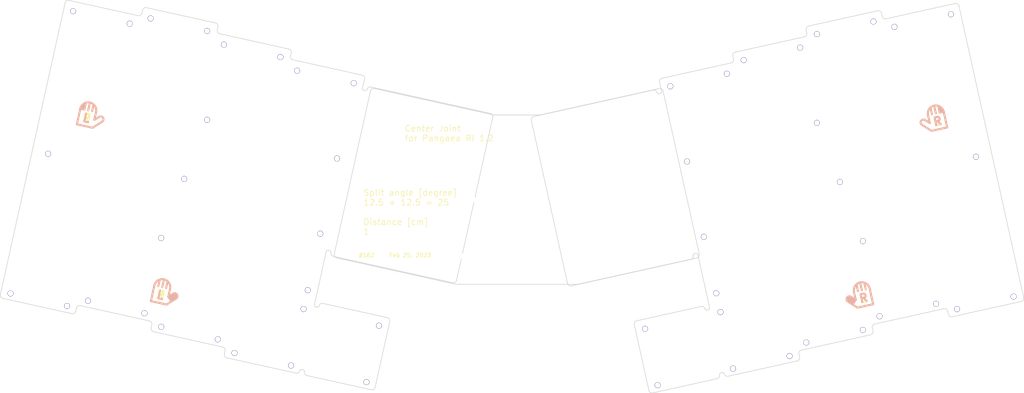
<source format=kicad_pcb>
(kicad_pcb (version 20221018) (generator pcbnew)
  (layers (0 "F.Cu" signal) (31 "B.Cu" signal) (34 "B.Paste" user) (35 "F.Paste" user) (36 "B.SilkS" user "B.Silkscreen") (37 "F.SilkS" user "F.Silkscreen") (38 "B.Mask" user) (39 "F.Mask" user) (44 "Edge.Cuts" user))
  (net 0 "")
  (footprint "#footprint:M1.4_tapping_Hole_rev2" (layer "F.Cu") (at 78.110601 32.607535 -12.5)
    (fp_text reference "H39" hide)
    (fp_text value "MountingHole" hide)
    (pad "" thru_hole circle (at 0 0 347.5) (size 1.43 1.43) (drill 1.28) (layers "*.Cu" "*.Mask"))
  )
  (footprint "#footprint:M1.4_tapping_Hole_rev2" (layer "F.Cu") (at 43.5348 100.553349 -12.5)
    (fp_text reference "H79" hide)
    (fp_text value "MountingHole" hide)
    (pad "" thru_hole circle (at 0 0 347.5) (size 1.43 1.43) (drill 1.28) (layers "*.Cu" "*.Mask"))
  )
  (footprint "#footprint:M1.4_tapping_Hole_rev2" (layer "F.Cu") (at 101.907161 101.298811 -12.5)
    (fp_text reference "H16" hide)
    (fp_text value "MountingHole" hide)
    (pad "" thru_hole circle (at 0 0 347.5) (size 1.43 1.43) (drill 1.28) (layers "*.Cu" "*.Mask"))
  )
  (footprint "" (layer "F.Cu") (at 143.388879 74.111666 -12.5)
    (fp_text reference "" (at 0 0 167.5) (layer "F.SilkS") (effects (font (size 1.27 1.27))))
    (fp_text value "" (at 0 0 167.5) (layer "F.SilkS") (effects (font (size 1.27 1.27))))
    (pad "" np_thru_hole circle (at 0 0 347.5) (size 1.95 1.95) (drill 1.95) (layers "*.Cu" "*.Mask"))
  )
  (footprint "#footprint:Slit" (layer "F.Cu") (at 109.279899 81.794706 -12.5)
    (fp_text reference "H68")
    (fp_text value "MountingHole")
    (pad "" np_thru_hole oval (at 0 0 347.5) (size 1.190625 3.969) (drill oval 1.190625 3.969) (layers "*.Cu" "*.Mask"))
  )
  (footprint "" (layer "F.Cu") (at 138.705467 87.505176 -12.5)
    (fp_text reference "" (at 0 0 167.5) (layer "F.SilkS") (effects (font (size 1.27 1.27))))
    (fp_text value "" (at 0 0 167.5) (layer "F.SilkS") (effects (font (size 1.27 1.27))))
    (pad "" np_thru_hole circle (at 0 0 347.5) (size 1.95 1.95) (drill 1.95) (layers "*.Cu" "*.Mask"))
  )
  (footprint "#footprint:Slit" (layer "F.Cu") (at 112.544079 67.070942 -12.5)
    (fp_text reference "H66")
    (fp_text value "MountingHole")
    (pad "" np_thru_hole oval (at 0 0 347.5) (size 1.190625 3.969) (drill oval 1.190625 3.969) (layers "*.Cu" "*.Mask"))
  )
  (footprint "#footprint:M1.4_tapping_Hole_rev2" (layer "F.Cu") (at 62.648636 102.351719 -12.5)
    (fp_text reference "H81" hide)
    (fp_text value "MountingHole" hide)
    (pad "" thru_hole circle (at 0 0 347.5) (size 1.43 1.43) (drill 1.28) (layers "*.Cu" "*.Mask"))
  )
  (footprint "#footprint:M2_Hole" (layer "F.Cu") (at 57.713743 47.598185 -12.5)
    (fp_text reference "H5" hide)
    (fp_text value "MountingHole" hide)
    (pad "" np_thru_hole circle (at 0 0 347.5) (size 1.95 1.95) (drill 1.95) (layers "*.Cu" "*.Mask"))
  )
  (footprint "" (layer "F.Cu") (at 117.413159 119.370853 -12.5)
    (fp_text reference "" (at 0 0 167.5) (layer "F.SilkS") (effects (font (size 1.27 1.27))))
    (fp_text value "" (at 0 0 167.5) (layer "F.SilkS") (effects (font (size 1.27 1.27))))
    (pad "" thru_hole circle (at 0 0 347.5) (size 1.43 1.43) (drill 1.28) (layers "*.Cu" "*.Mask"))
  )
  (footprint "#footprint:Slit" (layer "F.Cu") (at 110.911989 74.432824 -12.5)
    (fp_text reference "H67")
    (fp_text value "MountingHole")
    (pad "" np_thru_hole oval (at 0 0 347.5) (size 1.190625 3.969) (drill oval 1.190625 3.969) (layers "*.Cu" "*.Mask"))
  )
  (footprint "#footprint:Slit" (layer "F.Cu") (at 102.623743 111.824733 -12.5)
    (fp_text reference "H93")
    (fp_text value "MountingHole")
    (pad "" np_thru_hole oval (at 0 0 347.5) (size 1.190625 3.969) (drill oval 1.190625 3.969) (layers "*.Cu" "*.Mask"))
  )
  (footprint "#footprint:M2_Hole" (layer "F.Cu") (at 49.467394 84.795063 -12.5)
    (fp_text reference "H4" hide)
    (fp_text value "MountingHole" hide)
    (pad "" np_thru_hole circle (at 0 0 347.5) (size 1.95 1.95) (drill 1.95) (layers "*.Cu" "*.Mask"))
  )
  (footprint "#footprint:Slit" (layer "F.Cu") (at 114.176155 59.709123 -12.5)
    (fp_text reference "H65")
    (fp_text value "MountingHole")
    (pad "" np_thru_hole oval (at 0 0 347.5) (size 1.190625 3.969) (drill oval 1.190625 3.969) (layers "*.Cu" "*.Mask"))
  )
  (footprint "" (layer "F.Cu") (at 143.6452 69.290391 -12.5)
    (fp_text reference "" (at 0 0 167.5) (layer "F.SilkS") (effects (font (size 1.27 1.27))))
    (fp_text value "" (at 0 0 167.5) (layer "F.SilkS") (effects (font (size 1.27 1.27))))
    (pad "" np_thru_hole circle (at 0 0 347.5) (size 1.95 1.95) (drill 1.95) (layers "*.Cu" "*.Mask"))
  )
  (footprint "#footprint:M1.4_tapping_Hole_rev2" (layer "F.Cu") (at 58.996754 30.809214 -12.5)
    (fp_text reference "H37" hide)
    (fp_text value "MountingHole" hide)
    (pad "" thru_hole circle (at 0 0 347.5) (size 1.43 1.43) (drill 1.28) (layers "*.Cu" "*.Mask"))
  )
  (footprint "#footprint:Slit" (layer "F.Cu") (at 104.041088 105.431503 -12.5)
    (fp_text reference "H93")
    (fp_text value "MountingHole")
    (pad "" np_thru_hole oval (at 0 0 347.5) (size 1.190625 3.969) (drill oval 1.190625 3.969) (layers "*.Cu" "*.Mask"))
  )
  (footprint "" (layer "F.Cu") (at 118.499997 58.024715 -12.5)
    (fp_text reference "" (at 0 0 167.5) (layer "F.SilkS") (effects (font (size 1.27 1.27))))
    (fp_text value "" (at 0 0 167.5) (layer "F.SilkS") (effects (font (size 1.27 1.27))))
    (pad "" np_thru_hole circle (at 0 0 347.5) (size 1.95 1.95) (drill 1.95) (layers "*.Cu" "*.Mask"))
  )
  (footprint "#footprint:M1.4_tapping_Hole_rev2" (layer "F.Cu") (at 48.699807 99.259338 -12.5)
    (fp_text reference "H80" hide)
    (fp_text value "MountingHole" hide)
    (pad "" thru_hole circle (at 0 0 347.5) (size 1.43 1.43) (drill 1.28) (layers "*.Cu" "*.Mask"))
  )
  (footprint "" (layer "F.Cu") (at 64.161771 29.515154 -12.5)
    (fp_text reference "" (at 0 0 167.5) (layer "F.SilkS") (effects (font (size 1.27 1.27))))
    (fp_text value "" (at 0 0 167.5) (layer "F.SilkS") (effects (font (size 1.27 1.27))))
    (pad "" thru_hole circle (at 0 0 347.5) (size 1.43 1.43) (drill 1.28) (layers "*.Cu" "*.Mask"))
  )
  (footprint "#footprint:M1.4_tapping_Hole_rev2" (layer "F.Cu") (at 80.731678 108.799698 -12.5)
    (fp_text reference "H83" hide)
    (fp_text value "MountingHole" hide)
    (pad "" thru_hole circle (at 0 0 347.5) (size 1.43 1.43) (drill 1.28) (layers "*.Cu" "*.Mask"))
  )
  (footprint "" (layer "F.Cu") (at 138.491232 92.538441 -12.5)
    (fp_text reference "" (at 0 0 167.5) (layer "F.SilkS") (effects (font (size 1.27 1.27))))
    (fp_text value "" (at 0 0 167.5) (layer "F.SilkS") (effects (font (size 1.27 1.27))))
    (pad "" np_thru_hole circle (at 0 0 347.5) (size 1.95 1.95) (drill 1.95) (layers "*.Cu" "*.Mask"))
  )
  (footprint "#footprint:M1.4_tapping_Hole_rev2" (layer "F.Cu") (at 84.865891 112.155297 -12.5)
    (fp_text reference "H84" hide)
    (fp_text value "MountingHole" hide)
    (pad "" thru_hole circle (at 0 0 347.5) (size 1.43 1.43) (drill 1.28) (layers "*.Cu" "*.Mask"))
  )
  (footprint "" (layer "F.Cu") (at 106.030276 82.70041 -12.5)
    (fp_text reference "" (at 0 0 167.5) (layer "F.SilkS") (effects (font (size 1.27 1.27))))
    (fp_text value "" (at 0 0 167.5) (layer "F.SilkS") (effects (font (size 1.27 1.27))))
    (pad "" thru_hole circle (at 0 0 347.5) (size 1.43 1.43) (drill 1.28) (layers "*.Cu" "*.Mask"))
  )
  (footprint "" (layer "F.Cu") (at 141.797392 73.556297 -12.5)
    (fp_text reference "" (at 0 0 167.5) (layer "F.SilkS") (effects (font (size 1.27 1.27))))
    (fp_text value "" (at 0 0 167.5) (layer "F.SilkS") (effects (font (size 1.27 1.27))))
    (pad "" np_thru_hole circle (at 0 0 347.5) (size 1.95 1.95) (drill 1.95) (layers "*.Cu" "*.Mask"))
  )
  (footprint "#footprint:M2_Hole" (layer "F.Cu") (at 86.664272 93.041412 -12.5)
    (fp_text reference "H3" hide)
    (fp_text value "MountingHole" hide)
    (pad "" np_thru_hole circle (at 0 0 347.5) (size 1.95 1.95) (drill 1.95) (layers "*.Cu" "*.Mask"))
  )
  (footprint "" (layer "F.Cu") (at 78.121579 54.56161 -12.5)
    (fp_text reference "" (at 0 0 167.5) (layer "F.SilkS") (effects (font (size 1.27 1.27))))
    (fp_text value "" (at 0 0 167.5) (layer "F.SilkS") (effects (font (size 1.27 1.27))))
    (pad "" thru_hole circle (at 0 0 347.5) (size 1.43 1.43) (drill 1.28) (layers "*.Cu" "*.Mask"))
  )
  (footprint "#footprint:M1.4_tapping_Hole_rev2" (layer "F.Cu") (at 82.244803 35.963182 -12.5)
    (fp_text reference "H40" hide)
    (fp_text value "MountingHole" hide)
    (pad "" thru_hole circle (at 0 0 347.5) (size 1.43 1.43) (drill 1.28) (layers "*.Cu" "*.Mask"))
  )
  (footprint "#footprint:M1.4_tapping_Hole_rev2" (layer "F.Cu") (at 72.446695 69.157445 -102.5)
    (fp_text reference "H117" hide)
    (fp_text value "MountingHole" hide)
    (pad "" thru_hole circle (at 0 0 257.5) (size 1.43 1.43) (drill 1.28) (layers "*.Cu" "*.Mask"))
  )
  (footprint "#footprint:M2_Hole" (layer "F.Cu") (at 94.910621 55.844535 -12.5)
    (fp_text reference "H6" hide)
    (fp_text value "MountingHole" hide)
    (pad "" np_thru_hole circle (at 0 0 347.5) (size 1.95 1.95) (drill 1.95) (layers "*.Cu" "*.Mask"))
  )
  (footprint "" (layer "F.Cu") (at 96.193632 39.055563 -12.5)
    (fp_text reference "" (at 0 0 167.5) (layer "F.SilkS") (effects (font (size 1.27 1.27))))
    (fp_text value "" (at 0 0 167.5) (layer "F.SilkS") (effects (font (size 1.27 1.27))))
    (pad "" thru_hole circle (at 0 0 347.5) (size 1.43 1.43) (drill 1.28) (layers "*.Cu" "*.Mask"))
  )
  (footprint "" (layer "F.Cu") (at 29.585927 97.461167 -12.5)
    (fp_text reference "" (at 0 0 167.5) (layer "F.SilkS") (effects (font (size 1.27 1.27))))
    (fp_text value "" (at 0 0 167.5) (layer "F.SilkS") (effects (font (size 1.27 1.27))))
    (pad "" thru_hole circle (at 0 0 347.5) (size 1.43 1.43) (drill 1.28) (layers "*.Cu" "*.Mask"))
  )
  (footprint "#footprint:M1.4_tapping_Hole_rev2" (layer "F.Cu") (at 38.866793 62.932493 -102.5)
    (fp_text reference "H114" hide)
    (fp_text value "MountingHole" hide)
    (pad "" thru_hole circle (at 0 0 257.5) (size 1.43 1.43) (drill 1.28) (layers "*.Cu" "*.Mask"))
  )
  (footprint "#footprint:Slit" (layer "F.Cu") (at 115.808259 52.347178 -12.5)
    (fp_text reference "H64")
    (fp_text value "MountingHole")
    (pad "" np_thru_hole oval (at 0 0 347.5) (size 1.190625 3.969) (drill oval 1.190625 3.969) (layers "*.Cu" "*.Mask"))
  )
  (footprint "" (layer "F.Cu") (at 45.047925 27.716833 -12.5)
    (fp_text reference "" (at 0 0 167.5) (layer "F.SilkS") (effects (font (size 1.27 1.27))))
    (fp_text value "" (at 0 0 167.5) (layer "F.SilkS") (effects (font (size 1.27 1.27))))
    (pad "" thru_hole circle (at 0 0 347.5) (size 1.43 1.43) (drill 1.28) (layers "*.Cu" "*.Mask"))
  )
  (footprint "" (layer "F.Cu") (at 140.296954 88.060545 -12.5)
    (fp_text reference "" (at 0 0 167.5) (layer "F.SilkS") (effects (font (size 1.27 1.27))))
    (fp_text value "" (at 0 0 167.5) (layer "F.SilkS") (effects (font (size 1.27 1.27))))
    (pad "" np_thru_hole circle (at 0 0 347.5) (size 1.95 1.95) (drill 1.95) (layers "*.Cu" "*.Mask"))
  )
  (footprint "" (layer "F.Cu") (at 66.771811 83.75328 -12.5)
    (fp_text reference "" (at 0 0 167.5) (layer "F.SilkS") (effects (font (size 1.27 1.27))))
    (fp_text value "" (at 0 0 167.5) (layer "F.SilkS") (effects (font (size 1.27 1.27))))
    (pad "" thru_hole circle (at 0 0 257.5) (size 1.43 1.43) (drill 1.28) (layers "*.Cu" "*.Mask"))
  )
  (footprint "#footprint:M1.4_tapping_Hole_rev2" (layer "F.Cu") (at 66.782849 105.707317 -12.5)
    (fp_text reference "H82" hide)
    (fp_text value "MountingHole" hide)
    (pad "" thru_hole circle (at 0 0 347.5) (size 1.43 1.43) (drill 1.28) (layers "*.Cu" "*.Mask"))
  )
  (footprint "#footprint:M1.4_tapping_Hole_rev2" (layer "F.Cu") (at 100.327856 42.411113 -12.5)
    (fp_text reference "H42" hide)
    (fp_text value "MountingHole" hide)
    (pad "" thru_hole circle (at 0 0 347.5) (size 1.43 1.43) (drill 1.28) (layers "*.Cu" "*.Mask"))
  )
  (footprint "" (layer "F.Cu") (at 112.143443 86.697276 -12.5)
    (fp_text reference "" (at 0 0 167.5) (layer "F.SilkS") (effects (font (size 1.27 1.27))))
    (fp_text value "" (at 0 0 167.5) (layer "F.SilkS") (effects (font (size 1.27 1.27))))
    (pad "" np_thru_hole circle (at 0 0 347.5) (size 1.95 1.95) (drill 1.95) (layers "*.Cu" "*.Mask"))
  )
  (footprint "" (layer "F.Cu") (at 110.15351 64.101933 -12.5)
    (fp_text reference "" (at 0 0 167.5) (layer "F.SilkS") (effects (font (size 1.27 1.27))))
    (fp_text value "" (at 0 0 167.5) (layer "F.SilkS") (effects (font (size 1.27 1.27))))
    (pad "" thru_hole circle (at 0 0 347.5) (size 1.43 1.43) (drill 1.28) (layers "*.Cu" "*.Mask"))
  )
  (footprint "" (layer "F.Cu") (at 114.276685 45.503494 -12.5)
    (fp_text reference "" (at 0 0 167.5) (layer "F.SilkS") (effects (font (size 1.27 1.27))))
    (fp_text value "" (at 0 0 167.5) (layer "F.SilkS") (effects (font (size 1.27 1.27))))
    (pad "" thru_hole circle (at 0 0 347.5) (size 1.43 1.43) (drill 1.28) (layers "*.Cu" "*.Mask"))
  )
  (footprint "#footprint:M1.4_tapping_Hole_rev2" (layer "F.Cu") (at 98.81478 115.24764 -12.5)
    (fp_text reference "H17" hide)
    (fp_text value "MountingHole" hide)
    (pad "" thru_hole circle (at 0 0 347.5) (size 1.43 1.43) (drill 1.28) (layers "*.Cu" "*.Mask"))
  )
  (footprint "" (layer "F.Cu") (at 120.50554 105.422023 -12.5)
    (fp_text reference "" (at 0 0 167.5) (layer "F.SilkS") (effects (font (size 1.27 1.27))))
    (fp_text value "" (at 0 0 167.5) (layer "F.SilkS") (effects (font (size 1.27 1.27))))
    (pad "" thru_hole circle (at 0 0 347.5) (size 1.43 1.43) (drill 1.28) (layers "*.Cu" "*.Mask"))
  )
  (footprint "" (layer "F.Cu") (at 102.937965 96.649152 -12.5)
    (fp_text reference "" (at 0 0 167.5) (layer "F.SilkS") (effects (font (size 1.27 1.27))))
    (fp_text value "" (at 0 0 167.5) (layer "F.SilkS") (effects (font (size 1.27 1.27))))
    (pad "" thru_hole circle (at 0 0 347.5) (size 1.43 1.43) (drill 1.28) (layers "*.Cu" "*.Mask"))
  )
  (footprint "" (layer "B.Cu") (at 165.375273 69.290386 -167.5)
    (fp_text reference "" (at 0 0 -347.5) (layer "B.SilkS") (effects (font (size 1.27 1.27)) (justify mirror)))
    (fp_text value "" (at 0 0 -347.5) (layer "B.SilkS") (effects (font (size 1.27 1.27)) (justify mirror)))
    (pad "" np_thru_hole circle (at 0 0 192.5) (size 1.95 1.95) (drill 1.95) (layers "*.Cu" "*.Mask"))
  )
  (footprint "#footprint:M1.4_tapping_Hole_rev2" (layer "B.Cu") (at 247.690776 31.573388 -167.5)
    (fp_text reference "H37" hide)
    (fp_text value "MountingHole" hide)
    (pad "" thru_hole circle (at 0 0 192.5) (size 1.43 1.43) (drill 1.28) (layers "*.Cu" "*.Mask"))
  )
  (footprint "#footprint:M1.4_tapping_Hole_rev2" (layer "B.Cu") (at 221.821639 112.919471 -167.5)
    (fp_text reference "H84" hide)
    (fp_text value "MountingHole" hide)
    (pad "" thru_hole circle (at 0 0 192.5) (size 1.43 1.43) (drill 1.28) (layers "*.Cu" "*.Mask"))
  )
  (footprint "#footprint:M1.4_tapping_Hole_rev2" (layer "B.Cu") (at 225.955852 109.563872 -167.5)
    (fp_text reference "H83" hide)
    (fp_text value "MountingHole" hide)
    (pad "" thru_hole circle (at 0 0 192.5) (size 1.43 1.43) (drill 1.28) (layers "*.Cu" "*.Mask"))
  )
  (footprint "#footprint:M1.4_tapping_Hole_rev2" (layer "B.Cu") (at 204.780369 102.062985 -167.5)
    (fp_text reference "H16" hide)
    (fp_text value "MountingHole" hide)
    (pad "" thru_hole circle (at 0 0 192.5) (size 1.43 1.43) (drill 1.28) (layers "*.Cu" "*.Mask"))
  )
  (footprint "" (layer "B.Cu") (at 228.565951 55.325784 -167.5)
    (fp_text reference "" (at 0 0 12.5) (layer "B.SilkS") (effects (font (size 1.27 1.27)) (justify mirror)))
    (fp_text value "" (at 0 0 12.5) (layer "B.SilkS") (effects (font (size 1.27 1.27)) (justify mirror)))
    (pad "" thru_hole circle (at 0 0 192.5) (size 1.43 1.43) (drill 1.28) (layers "*.Cu" "*.Mask"))
  )
  (footprint "" (layer "B.Cu") (at 239.915719 84.517454 -167.5)
    (fp_text reference "" (at 0 0 12.5) (layer "B.SilkS") (effects (font (size 1.27 1.27)) (justify mirror)))
    (fp_text value "" (at 0 0 12.5) (layer "B.SilkS") (effects (font (size 1.27 1.27)) (justify mirror)))
    (pad "" thru_hole circle (at 0 0 282.5) (size 1.43 1.43) (drill 1.28) (layers "*.Cu" "*.Mask"))
  )
  (footprint "" (layer "B.Cu") (at 261.639605 28.481007 -167.5)
    (fp_text reference "" (at 0 0 12.5) (layer "B.SilkS") (effects (font (size 1.27 1.27)) (justify mirror)))
    (fp_text value "" (at 0 0 12.5) (layer "B.SilkS") (effects (font (size 1.27 1.27)) (justify mirror)))
    (pad "" thru_hole circle (at 0 0 192.5) (size 1.43 1.43) (drill 1.28) (layers "*.Cu" "*.Mask"))
  )
  (footprint "" (layer "B.Cu") (at 189.274371 120.135027 -167.5)
    (fp_text reference "" (at 0 0 12.5) (layer "B.SilkS") (effects (font (size 1.27 1.27)) (justify mirror)))
    (fp_text value "" (at 0 0 12.5) (layer "B.SilkS") (effects (font (size 1.27 1.27)) (justify mirror)))
    (pad "" thru_hole circle (at 0 0 192.5) (size 1.43 1.43) (drill 1.28) (layers "*.Cu" "*.Mask"))
  )
  (footprint "#footprint:M1.4_tapping_Hole_rev2" (layer "B.Cu") (at 224.442727 36.727356 -167.5)
    (fp_text reference "H40" hide)
    (fp_text value "MountingHole" hide)
    (pad "" thru_hole circle (at 0 0 192.5) (size 1.43 1.43) (drill 1.28) (layers "*.Cu" "*.Mask"))
  )
  (footprint "" (layer "B.Cu") (at 190.520476 58.02471 -167.5)
    (fp_text reference "" (at 0 0 -347.5) (layer "B.SilkS") (effects (font (size 1.27 1.27)) (justify mirror)))
    (fp_text value "" (at 0 0 -347.5) (layer "B.SilkS") (effects (font (size 1.27 1.27)) (justify mirror)))
    (pad "" np_thru_hole circle (at 0 0 192.5) (size 1.95 1.95) (drill 1.95) (layers "*.Cu" "*.Mask"))
  )
  (footprint "" (layer "B.Cu") (at 167.982063 88.26935 -167.5)
    (fp_text reference "" (at 0 0 12.5) (layer "B.SilkS") (effects (font (size 1.27 1.27)) (justify mirror)))
    (fp_text value "" (at 0 0 12.5) (layer "B.SilkS") (effects (font (size 1.27 1.27)) (justify mirror)))
    (pad "" np_thru_hole circle (at 0 0 192.5) (size 1.95 1.95) (drill 1.95) (layers "*.Cu" "*.Mask"))
  )
  (footprint "#footprint:M1.4_tapping_Hole_rev2" (layer "B.Cu") (at 239.904681 106.471491 -167.5)
    (fp_text reference "H82" hide)
    (fp_text value "MountingHole" hide)
    (pad "" thru_hole circle (at 0 0 192.5) (size 1.43 1.43) (drill 1.28) (layers "*.Cu" "*.Mask"))
  )
  (footprint "#footprint:M2_Hole" (layer "B.Cu") (at 248.973787 48.362359 -167.5)
    (fp_text reference "H5" hide)
    (fp_text value "MountingHole" hide)
    (pad "" np_thru_hole circle (at 0 0 192.5) (size 1.95 1.95) (drill 1.95) (layers "*.Cu" "*.Mask"))
  )
  (footprint "#footprint:M1.4_tapping_Hole_rev2" (layer "B.Cu") (at 263.15273 101.317523 -167.5)
    (fp_text reference "H79" hide)
    (fp_text value "MountingHole" hide)
    (pad "" thru_hole circle (at 0 0 192.5) (size 1.43 1.43) (drill 1.28) (layers "*.Cu" "*.Mask"))
  )
  (footprint "" (layer "B.Cu") (at 196.87703 86.697271 -167.5)
    (fp_text reference "" (at 0 0 -347.5) (layer "B.SilkS") (effects (font (size 1.27 1.27)) (justify mirror)))
    (fp_text value "" (at 0 0 -347.5) (layer "B.SilkS") (effects (font (size 1.27 1.27)) (justify mirror)))
    (pad "" np_thru_hole circle (at 0 0 192.5) (size 1.95 1.95) (drill 1.95) (layers "*.Cu" "*.Mask"))
  )
  (footprint "#footprint:M2_Hole" (layer "B.Cu") (at 220.023258 93.805586 -167.5)
    (fp_text reference "H3" hide)
    (fp_text value "MountingHole" hide)
    (pad "" np_thru_hole circle (at 0 0 192.5) (size 1.95 1.95) (drill 1.95) (layers "*.Cu" "*.Mask"))
  )
  (footprint "#footprint:M1.4_tapping_Hole_rev2" (layer "B.Cu") (at 234.240835 69.921619 -77.5)
    (fp_text reference "H117" hide)
    (fp_text value "MountingHole" hide)
    (pad "" thru_hole circle (at 0 0 282.5) (size 1.43 1.43) (drill 1.28) (layers "*.Cu" "*.Mask"))
  )
  (footprint "" (layer "B.Cu") (at 165.631594 74.111661 -167.5)
    (fp_text reference "" (at 0 0 12.5) (layer "B.SilkS") (effects (font (size 1.27 1.27)) (justify mirror)))
    (fp_text value "" (at 0 0 12.5) (layer "B.SilkS") (effects (font (size 1.27 1.27)) (justify mirror)))
    (pad "" np_thru_hole circle (at 0 0 192.5) (size 1.95 1.95) (drill 1.95) (layers "*.Cu" "*.Mask"))
  )
  (footprint "#footprint:M1.4_tapping_Hole_rev2" (layer "B.Cu") (at 257.987723 100.023512 -167.5)
    (fp_text reference "H80" hide)
    (fp_text value "MountingHole" hide)
    (pad "" thru_hole circle (at 0 0 192.5) (size 1.43 1.43) (drill 1.28) (layers "*.Cu" "*.Mask"))
  )
  (footprint "" (layer "B.Cu") (at 242.525759 30.279328 -167.5)
    (fp_text reference "" (at 0 0 12.5) (layer "B.SilkS") (effects (font (size 1.27 1.27)) (justify mirror)))
    (fp_text value "" (at 0 0 12.5) (layer "B.SilkS") (effects (font (size 1.27 1.27)) (justify mirror)))
    (pad "" thru_hole circle (at 0 0 192.5) (size 1.43 1.43) (drill 1.28) (layers "*.Cu" "*.Mask"))
  )
  (footprint "#footprint:M1.4_tapping_Hole_rev2" (layer "B.Cu") (at 228.576929 33.371709 -167.5)
    (fp_text reference "H39" hide)
    (fp_text value "MountingHole" hide)
    (pad "" thru_hole circle (at 0 0 192.5) (size 1.43 1.43) (drill 1.28) (layers "*.Cu" "*.Mask"))
  )
  (footprint "" (layer "B.Cu") (at 186.18199 106.186197 -167.5)
    (fp_text reference "" (at 0 0 12.5) (layer "B.SilkS") (effects (font (size 1.27 1.27)) (justify mirror)))
    (fp_text value "" (at 0 0 12.5) (layer "B.SilkS") (effects (font (size 1.27 1.27)) (justify mirror)))
    (pad "" thru_hole circle (at 0 0 192.5) (size 1.43 1.43) (drill 1.28) (layers "*.Cu" "*.Mask"))
  )
  (footprint "#footprint:Slit" (layer "B.Cu") (at 195.775541 75.196998 -167.5)
    (fp_text reference "H67")
    (fp_text value "MountingHole")
    (pad "" np_thru_hole oval (at 0 0 192.5) (size 1.190625 3.969) (drill oval 1.190625 3.969) (layers "*.Cu" "*.Mask"))
  )
  (footprint "" (layer "B.Cu") (at 170.529241 92.538436 -167.5)
    (fp_text reference "" (at 0 0 -347.5) (layer "B.SilkS") (effects (font (size 1.27 1.27)) (justify mirror)))
    (fp_text value "" (at 0 0 -347.5) (layer "B.SilkS") (effects (font (size 1.27 1.27)) (justify mirror)))
    (pad "" np_thru_hole circle (at 0 0 192.5) (size 1.95 1.95) (drill 1.95) (layers "*.Cu" "*.Mask"))
  )
  (footprint "#footprint:M2_Hole" (layer "B.Cu") (at 211.776909 56.608709 -167.5)
    (fp_text reference "H6" hide)
    (fp_text value "MountingHole" hide)
    (pad "" np_thru_hole circle (at 0 0 192.5) (size 1.95 1.95) (drill 1.95) (layers "*.Cu" "*.Mask"))
  )
  (footprint "#footprint:Slit" (layer "B.Cu") (at 190.879271 53.111352 -167.5)
    (fp_text reference "H64")
    (fp_text value "MountingHole")
    (pad "" np_thru_hole oval (at 0 0 192.5) (size 1.190625 3.969) (drill oval 1.190625 3.969) (layers "*.Cu" "*.Mask"))
  )
  (footprint "#footprint:M1.4_tapping_Hole_rev2" (layer "B.Cu") (at 244.038894 103.115893 -167.5)
    (fp_text reference "H81" hide)
    (fp_text value "MountingHole" hide)
    (pad "" thru_hole circle (at 0 0 192.5) (size 1.43 1.43) (drill 1.28) (layers "*.Cu" "*.Mask"))
  )
  (footprint "#footprint:Slit" (layer "B.Cu") (at 197.407631 82.55888 -167.5)
    (fp_text reference "H68")
    (fp_text value "MountingHole")
    (pad "" np_thru_hole oval (at 0 0 192.5) (size 1.190625 3.969) (drill oval 1.190625 3.969) (layers "*.Cu" "*.Mask"))
  )
  (footprint "#footprint:M1.4_tapping_Hole_rev2" (layer "B.Cu") (at 207.87275 116.011814 -167.5)
    (fp_text reference "H17" hide)
    (fp_text value "MountingHole" hide)
    (pad "" thru_hole circle (at 0 0 192.5) (size 1.43 1.43) (drill 1.28) (layers "*.Cu" "*.Mask"))
  )
  (footprint "" (layer "B.Cu") (at 164.890138 74.320471 -167.5)
    (fp_text reference "" (at 0 0 12.5) (layer "B.SilkS") (effects (font (size 1.27 1.27)) (justify mirror)))
    (fp_text value "" (at 0 0 12.5) (layer "B.SilkS") (effects (font (size 1.27 1.27)) (justify mirror)))
    (pad "" np_thru_hole circle (at 0 0 192.5) (size 1.95 1.95) (drill 1.95) (layers "*.Cu" "*.Mask"))
  )
  (footprint "#footprint:Slit" (layer "B.Cu") (at 204.063787 112.588907 -167.5)
    (fp_text reference "H93")
    (fp_text value "MountingHole")
    (pad "" np_thru_hole oval (at 0 0 192.5) (size 1.190625 3.969) (drill oval 1.190625 3.969) (layers "*.Cu" "*.Mask"))
  )
  (footprint "#footprint:M1.4_tapping_Hole_rev2" (layer "B.Cu") (at 267.820737 63.696667 -77.5)
    (fp_text reference "H114" hide)
    (fp_text value "MountingHole" hide)
    (pad "" thru_hole circle (at 0 0 282.5) (size 1.43 1.43) (drill 1.28) (layers "*.Cu" "*.Mask"))
  )
  (footprint "" (layer "B.Cu") (at 196.53402 64.866107 -167.5)
    (fp_text reference "" (at 0 0 12.5) (layer "B.SilkS") (effects (font (size 1.27 1.27)) (justify mirror)))
    (fp_text value "" (at 0 0 12.5) (layer "B.SilkS") (effects (font (size 1.27 1.27)) (justify mirror)))
    (pad "" thru_hole circle (at 0 0 192.5) (size 1.43 1.43) (drill 1.28) (layers "*.Cu" "*.Mask"))
  )
  (footprint "#footprint:Slit" (layer "B.Cu") (at 202.646442 106.195677 -167.5)
    (fp_text reference "H93")
    (fp_text value "MountingHole")
    (pad "" np_thru_hole oval (at 0 0 192.5) (size 1.190625 3.969) (drill oval 1.190625 3.969) (layers "*.Cu" "*.Mask"))
  )
  (footprint "#footprint:M1.4_tapping_Hole_rev2" (layer "B.Cu") (at 206.359674 43.175287 -167.5)
    (fp_text reference "H42" hide)
    (fp_text value "MountingHole" hide)
    (pad "" thru_hole circle (at 0 0 192.5) (size 1.43 1.43) (drill 1.28) (layers "*.Cu" "*.Mask"))
  )
  (footprint "#footprint:Slit" (layer "B.Cu") (at 194.143451 67.835116 -167.5)
    (fp_text reference "H66")
    (fp_text value "MountingHole")
    (pad "" np_thru_hole oval (at 0 0 192.5) (size 1.190625 3.969) (drill oval 1.190625 3.969) (layers "*.Cu" "*.Mask"))
  )
  (footprint "" (layer "B.Cu") (at 168.723519 88.06054 -167.5)
    (fp_text reference "" (at 0 0 12.5) (layer "B.SilkS") (effects (font (size 1.27 1.27)) (justify mirror)))
    (fp_text value "" (at 0 0 12.5) (layer "B.SilkS") (effects (font (size 1.27 1.27)) (justify mirror)))
    (pad "" np_thru_hole circle (at 0 0 192.5) (size 1.95 1.95) (drill 1.95) (layers "*.Cu" "*.Mask"))
  )
  (footprint "" (layer "B.Cu") (at 200.657254 83.464584 -167.5)
    (fp_text reference "" (at 0 0 12.5) (layer "B.SilkS") (effects (font (size 1.27 1.27)) (justify mirror)))
    (fp_text value "" (at 0 0 12.5) (layer "B.SilkS") (effects (font (size 1.27 1.27)) (justify mirror)))
    (pad "" thru_hole circle (at 0 0 192.5) (size 1.43 1.43) (drill 1.28) (layers "*.Cu" "*.Mask"))
  )
  (footprint "" (layer "B.Cu") (at 277.101603 98.225341 -167.5)
    (fp_text reference "" (at 0 0 12.5) (layer "B.SilkS") (effects (font (size 1.27 1.27)) (justify mirror)))
    (fp_text value "" (at 0 0 12.5) (layer "B.SilkS") (effects (font (size 1.27 1.27)) (justify mirror)))
    (pad "" thru_hole circle (at 0 0 192.5) (size 1.43 1.43) (drill 1.28) (layers "*.Cu" "*.Mask"))
  )
  (footprint "" (layer "B.Cu") (at 192.410845 46.267668 -167.5)
    (fp_text reference "" (at 0 0 12.5) (layer "B.SilkS") (effects (font (size 1.27 1.27)) (justify mirror)))
    (fp_text value "" (at 0 0 12.5) (layer "B.SilkS") (effects (font (size 1.27 1.27)) (justify mirror)))
    (pad "" thru_hole circle (at 0 0 192.5) (size 1.43 1.43) (drill 1.28) (layers "*.Cu" "*.Mask"))
  )
  (footprint "" (layer "B.Cu") (at 203.749565 97.413326 -167.5)
    (fp_text reference "" (at 0 0 12.5) (layer "B.SilkS") (effects (font (size 1.27 1.27)) (justify mirror)))
    (fp_text value "" (at 0 0 12.5) (layer "B.SilkS") (effects (font (size 1.27 1.27)) (justify mirror)))
    (pad "" thru_hole circle (at 0 0 192.5) (size 1.43 1.43) (drill 1.28) (layers "*.Cu" "*.Mask"))
  )
  (footprint "#footprint:Slit" (layer "B.Cu") (at 192.511375 60.473297 -167.5)
    (fp_text reference "H65")
    (fp_text value "MountingHole")
    (pad "" np_thru_hole oval (at 0 0 192.5) (size 1.190625 3.969) (drill oval 1.190625 3.969) (layers "*.Cu" "*.Mask"))
  )
  (footprint "" (layer "B.Cu") (at 210.493898 39.819737 -167.5)
    (fp_text reference "" (at 0 0 12.5) (layer "B.SilkS") (effects (font (size 1.27 1.27)) (justify mirror)))
    (fp_text value "" (at 0 0 12.5) (layer "B.SilkS") (effects (font (size 1.27 1.27)) (justify mirror)))
    (pad "" thru_hole circle (at 0 0 192.5) (size 1.43 1.43) (drill 1.28) (layers "*.Cu" "*.Mask"))
  )
  (footprint "#footprint:M2_Hole" (layer "B.Cu") (at 257.220136 85.559237 -167.5)
    (fp_text reference "H4" hide)
    (fp_text value "MountingHole" hide)
    (pad "" np_thru_hole circle (at 0 0 192.5) (size 1.95 1.95) (drill 1.95) (layers "*.Cu" "*.Mask"))
  )
  (gr_line (start 238.583808 100.971836) (end 236.216973 99.463994) (stroke (width 0.5)) (layer "B.SilkS"))
  (gr_line (start 239.232653 94.730323) (end 239.662151 96.667662) (stroke (width 0.5)) (layer "B.SilkS"))
  (gr_line (start 47.061494 51.639505) (end 47.147394 51.252037) (stroke (width 0.5)) (layer "B.SilkS"))
  (gr_arc (start 255.988013 53.413469) (mid 257.495904 51.046646) (end 259.862689 52.554474) (stroke (width 0.5)) (layer "B.SilkS"))
  (gr_arc (start 236.216973 99.463994) (mid 236.002243 98.495395) (end 236.970892 98.280578) (stroke (width 0.5)) (layer "B.SilkS"))
  (gr_line (start 258.571897 51.316219) (end 258.89402 52.769223) (stroke (width 0.5)) (layer "B.SilkS"))
  (gr_line (start 238.15431 99.034498) (end 236.970892 98.280578) (stroke (width 0.5)) (layer "B.SilkS"))
  (gr_line (start 238.371359 95.429407) (end 238.693482 96.88241) (stroke (width 0.5)) (layer "B.SilkS"))
  (gr_line (start 45.965846 55.664977) (end 49.840522 56.523972) (stroke (width 0.5)) (layer "B.SilkS"))
  (gr_line (start 70.104085 97.602296) (end 68.920665 98.356218) (stroke (width 0.5)) (layer "B.SilkS"))
  (gr_line (start 256.847008 57.288146) (end 254.480172 55.780304) (stroke (width 0.5)) (layer "B.SilkS"))
  (gr_line (start 45.965846 55.664977) (end 46.824841 51.7903) (stroke (width 0.5)) (layer "B.SilkS"))
  (gr_line (start 260.721684 56.429151) (end 256.847008 57.288146) (stroke (width 0.5)) (layer "B.SilkS"))
  (gr_line (start 49.730848 52.434547) (end 50.052971 50.981543) (stroke (width 0.5)) (layer "B.SilkS"))
  (gr_line (start 47.448963 51.725405) (end 47.663712 50.756734) (stroke (width 0.5)) (layer "B.SilkS"))
  (gr_line (start 256.634559 51.745717) (end 256.956682 53.198721) (stroke (width 0.5)) (layer "B.SilkS"))
  (gr_line (start 69.716638 97.516404) (end 68.53322 98.270324) (stroke (width 0.5)) (layer "B.SilkS"))
  (gr_line (start 64.229045 99.348667) (end 68.103722 100.207662) (stroke (width 0.5)) (layer "B.SilkS"))
  (gr_line (start 70.448604 97.88193) (end 69.028499 98.786636) (stroke (width 0.5)) (layer "B.SilkS"))
  (gr_arc (start 237.724813 97.097159) (mid 239.232704 94.730348) (end 241.599489 96.238164) (stroke (width 0.5)) (layer "B.SilkS"))
  (gr_arc (start 46.824841 51.7903) (mid 49.191668 50.282492) (end 50.699517 52.649295) (stroke (width 0.5)) (layer "B.SilkS"))
  (gr_line (start 70.470557 98.69982) (end 68.103722 100.207662) (stroke (width 0.5)) (layer "B.SilkS"))
  (gr_line (start 48.762179 52.219798) (end 49.191677 50.28246) (stroke (width 0.5)) (layer "B.SilkS"))
  (gr_line (start 68.53322 98.270324) (end 68.962717 96.332985) (stroke (width 0.5)) (layer "B.SilkS"))
  (gr_arc (start 65.088041 95.47399) (mid 67.454868 93.966182) (end 68.962717 96.332985) (stroke (width 0.5)) (layer "B.SilkS"))
  (gr_line (start 259.862689 52.554474) (end 258.894048 52.769213) (stroke (width 0.5)) (layer "B.SilkS"))
  (gr_line (start 240.308697 94.999909) (end 240.63082 96.452913) (stroke (width 0.5)) (layer "B.SilkS"))
  (gr_line (start 52.207358 55.01613) (end 49.840522 56.523972) (stroke (width 0.5)) (layer "B.SilkS"))
  (gr_line (start 70.556456 98.312355) (end 69.373018 99.06627) (stroke (width 0.5)) (layer "B.SilkS"))
  (gr_line (start 259.862689 52.554474) (end 260.721684 56.429151) (stroke (width 0.5)) (layer "B.SilkS"))
  (gr_line (start 67.025379 95.903488) (end 67.454877 93.966149) (stroke (width 0.5)) (layer "B.SilkS"))
  (gr_line (start 241.599489 96.238164) (end 242.458485 100.112841) (stroke (width 0.5)) (layer "B.SilkS"))
  (gr_line (start 64.229045 99.348667) (end 65.088041 95.47399) (stroke (width 0.5)) (layer "B.SilkS"))
  (gr_line (start 66.05671 95.688739) (end 66.378833 94.235735) (stroke (width 0.5)) (layer "B.SilkS"))
  (gr_line (start 256.41751 55.350808) (end 255.234091 54.596889) (stroke (width 0.5)) (layer "B.SilkS"))
  (gr_line (start 237.314512 99.830444) (end 236.131074 99.076529) (stroke (width 0.5)) (layer "B.SilkS"))
  (gr_line (start 259.540136 52.016211) (end 259.626036 52.403679) (stroke (width 0.5)) (layer "B.SilkS"))
  (gr_line (start 238.15431 99.034498) (end 237.40039 100.217915) (stroke (width 0.5)) (layer "B.SilkS"))
  (gr_line (start 237.659031 99.55081) (end 236.238926 98.646104) (stroke (width 0.5)) (layer "B.SilkS"))
  (gr_line (start 51.453439 53.832715) (end 50.27002 54.586634) (stroke (width 0.5)) (layer "B.SilkS"))
  (gr_line (start 237.724813 97.097159) (end 238.15431 99.034498) (stroke (width 0.5)) (layer "B.SilkS"))
  (gr_line (start 47.793482 52.005039) (end 46.824841 51.7903) (stroke (width 0.5)) (layer "B.SilkS"))
  (gr_line (start 50.27002 54.586634) (end 50.699517 52.649295) (stroke (width 0.5)) (layer "B.SilkS"))
  (gr_line (start 237.766865 99.120392) (end 236.583445 98.36647) (stroke (width 0.5)) (layer "B.SilkS"))
  (gr_line (start 255.988013 53.413469) (end 256.41751 55.350808) (stroke (width 0.5)) (layer "B.SilkS"))
  (gr_line (start 67.994048 96.118236) (end 68.316171 94.665233) (stroke (width 0.5)) (layer "B.SilkS"))
  (gr_line (start 47.79351 52.005049) (end 48.115633 50.552045) (stroke (width 0.5)) (layer "B.SilkS"))
  (gr_line (start 257.495853 51.046634) (end 257.925351 52.983972) (stroke (width 0.5)) (layer "B.SilkS"))
  (gr_arc (start 51.453439 53.832715) (mid 52.422129 54.047463) (end 52.207358 55.01613) (stroke (width 0.5)) (layer "B.SilkS"))
  (gr_line (start 259.023818 51.520908) (end 259.238567 52.489579) (stroke (width 0.5)) (layer "B.SilkS"))
  (gr_arc (start 69.716638 97.516404) (mid 70.685337 97.731158) (end 70.470557 98.69982) (stroke (width 0.5)) (layer "B.SilkS"))
  (gr_arc (start 254.480172 55.780304) (mid 254.265436 54.81169) (end 255.234091 54.596889) (stroke (width 0.5)) (layer "B.SilkS"))
  (gr_line (start 242.458485 100.112841) (end 238.583808 100.971836) (stroke (width 0.5)) (layer "B.SilkS"))
  (gr_line (start 69.28714 99.453741) (end 68.53322 98.270324) (stroke (width 0.5)) (layer "B.SilkS"))
  (gr_line (start 48.762179 52.219798) (end 49.191677 50.28246) (stroke (width 0.5)) (layer "F.SilkS"))
  (gr_line (start 67.025379 95.903488) (end 67.454877 93.966149) (stroke (width 0.5)) (layer "F.SilkS"))
  (gr_line (start 69.716638 97.516404) (end 68.53322 98.270324) (stroke (width 0.5)) (layer "F.SilkS"))
  (gr_arc (start 51.453439 53.832715) (mid 52.422129 54.047463) (end 52.207358 55.01613) (stroke (width 0.5)) (layer "F.SilkS"))
  (gr_line (start 47.793482 52.005039) (end 46.824841 51.7903) (stroke (width 0.5)) (layer "F.SilkS"))
  (gr_line (start 47.061494 51.639505) (end 47.147394 51.252037) (stroke (width 0.5)) (layer "F.SilkS"))
  (gr_line (start 241.599489 96.238164) (end 242.458485 100.112841) (stroke (width 0.5)) (layer "F.SilkS"))
  (gr_line (start 67.994048 96.118236) (end 68.316171 94.665233) (stroke (width 0.5)) (layer "F.SilkS"))
  (gr_arc (start 65.088041 95.47399) (mid 67.454868 93.966182) (end 68.962717 96.332985) (stroke (width 0.5)) (layer "F.SilkS"))
  (gr_arc (start 254.480172 55.780304) (mid 254.265436 54.81169) (end 255.234091 54.596889) (stroke (width 0.5)) (layer "F.SilkS"))
  (gr_line (start 47.79351 52.005049) (end 48.115633 50.552045) (stroke (width 0.5)) (layer "F.SilkS"))
  (gr_line (start 64.229045 99.348667) (end 65.088041 95.47399) (stroke (width 0.5)) (layer "F.SilkS"))
  (gr_line (start 238.15431 99.034498) (end 237.40039 100.217915) (stroke (width 0.5)) (layer "F.SilkS"))
  (gr_line (start 49.730848 52.434547) (end 50.052971 50.981543) (stroke (width 0.5)) (layer "F.SilkS"))
  (gr_line (start 47.448963 51.725405) (end 47.663712 50.756734) (stroke (width 0.5)) (layer "F.SilkS"))
  (gr_line (start 50.27002 54.586634) (end 50.699517 52.649295) (stroke (width 0.5)) (layer "F.SilkS"))
  (gr_line (start 238.583808 100.971836) (end 242.458485 100.112841) (stroke (width 0.5)) (layer "F.SilkS"))
  (gr_line (start 70.470557 98.69982) (end 68.103722 100.207662) (stroke (width 0.5)) (layer "F.SilkS"))
  (gr_line (start 66.05671 95.688739) (end 66.378833 94.235735) (stroke (width 0.5)) (layer "F.SilkS"))
  (gr_line (start 68.103722 100.207662) (end 64.229045 99.348667) (stroke (width 0.5)) (layer "F.SilkS"))
  (gr_line (start 256.847008 57.288146) (end 254.480172 55.780304) (stroke (width 0.5)) (layer "F.SilkS"))
  (gr_arc (start 46.824841 51.7903) (mid 49.191668 50.282492) (end 50.699517 52.649295) (stroke (width 0.5)) (layer "F.SilkS"))
  (gr_line (start 259.862689 52.554474) (end 258.894048 52.769213) (stroke (width 0.5)) (layer "F.SilkS"))
  (gr_line (start 237.314512 99.830444) (end 236.131074 99.076529) (stroke (width 0.5)) (layer "F.SilkS"))
  (gr_arc (start 255.988013 53.413469) (mid 257.495904 51.046646) (end 259.862689 52.554474) (stroke (width 0.5)) (layer "F.SilkS"))
  (gr_line (start 237.724813 97.097159) (end 238.15431 99.034498) (stroke (width 0.5)) (layer "F.SilkS"))
  (gr_line (start 258.571897 51.316219) (end 258.89402 52.769223) (stroke (width 0.5)) (layer "F.SilkS"))
  (gr_line (start 256.634559 51.745717) (end 256.956682 53.198721) (stroke (width 0.5)) (layer "F.SilkS"))
  (gr_line (start 238.15431 99.034498) (end 236.970892 98.280578) (stroke (width 0.5)) (layer "F.SilkS"))
  (gr_line (start 237.659031 99.55081) (end 236.238926 98.646104) (stroke (width 0.5)) (layer "F.SilkS"))
  (gr_line (start 256.41751 55.350808) (end 255.234091 54.596889) (stroke (width 0.5)) (layer "F.SilkS"))
  (gr_line (start 237.766865 99.120392) (end 236.583445 98.36647) (stroke (width 0.5)) (layer "F.SilkS"))
  (gr_line (start 51.453439 53.832715) (end 50.27002 54.586634) (stroke (width 0.5)) (layer "F.SilkS"))
  (gr_line (start 255.988013 53.413469) (end 256.41751 55.350808) (stroke (width 0.5)) (layer "F.SilkS"))
  (gr_line (start 238.371359 95.429407) (end 238.693482 96.88241) (stroke (width 0.5)) (layer "F.SilkS"))
  (gr_line (start 45.965846 55.664977) (end 46.824841 51.7903) (stroke (width 0.5)) (layer "F.SilkS"))
  (gr_line (start 240.308697 94.999909) (end 240.63082 96.452913) (stroke (width 0.5)) (layer "F.SilkS"))
  (gr_line (start 70.104085 97.602296) (end 68.920665 98.356218) (stroke (width 0.5)) (layer "F.SilkS"))
  (gr_line (start 257.495853 51.046634) (end 257.925351 52.983972) (stroke (width 0.5)) (layer "F.SilkS"))
  (gr_line (start 49.840522 56.523972) (end 45.965846 55.664977) (stroke (width 0.5)) (layer "F.SilkS"))
  (gr_line (start 238.583808 100.971836) (end 236.216973 99.463994) (stroke (width 0.5)) (layer "F.SilkS"))
  (gr_line (start 239.232653 94.730323) (end 239.662151 96.667662) (stroke (width 0.5)) (layer "F.SilkS"))
  (gr_line (start 259.862689 52.554474) (end 260.721684 56.429151) (stroke (width 0.5)) (layer "F.SilkS"))
  (gr_line (start 52.207358 55.01613) (end 49.840522 56.523972) (stroke (width 0.5)) (layer "F.SilkS"))
  (gr_line (start 69.28714 99.453741) (end 68.53322 98.270324) (stroke (width 0.5)) (layer "F.SilkS"))
  (gr_line (start 259.540136 52.016211) (end 259.626036 52.403679) (stroke (width 0.5)) (layer "F.SilkS"))
  (gr_arc (start 237.724813 97.097159) (mid 239.232704 94.730348) (end 241.599489 96.238164) (stroke (width 0.5)) (layer "F.SilkS"))
  (gr_line (start 68.53322 98.270324) (end 68.962717 96.332985) (stroke (width 0.5)) (layer "F.SilkS"))
  (gr_line (start 70.556456 98.312355) (end 69.373018 99.06627) (stroke (width 0.5)) (layer "F.SilkS"))
  (gr_arc (start 69.716638 97.516404) (mid 70.685337 97.731158) (end 70.470557 98.69982) (stroke (width 0.5)) (layer "F.SilkS"))
  (gr_line (start 70.448604 97.88193) (end 69.028499 98.786636) (stroke (width 0.5)) (layer "F.SilkS"))
  (gr_line (start 256.847008 57.288146) (end 260.721684 56.429151) (stroke (width 0.5)) (layer "F.SilkS"))
  (gr_arc (start 236.216973 99.463994) (mid 236.002243 98.495395) (end 236.970892 98.280578) (stroke (width 0.5)) (layer "F.SilkS"))
  (gr_line (start 259.023818 51.520908) (end 259.238567 52.489579) (stroke (width 0.5)) (layer "F.SilkS"))
  (gr_line (start 80.778944 31.5731) (end 80.607145 32.348035) (stroke (width 0.15)) (layer "Edge.Cuts"))
  (gr_arc (start 62.180505 27.449925) (mid 62.52896 26.9523) (end 63.127239 26.846789) (stroke (width 0.15)) (layer "Edge.Cuts"))
  (gr_arc (start 202.112015 101.028501) (mid 202.059284 101.327666) (end 201.810447 101.501868) (stroke (width 0.15)) (layer "Edge.Cuts"))
  (gr_arc (start 226.080385 33.112209) (mid 225.974904 33.71051) (end 225.477249 34.058943) (stroke (width 0.15)) (layer "Edge.Cuts"))
  (gr_arc (start 63.854908 104.245187) (mid 64.352494 104.59366) (end 64.458044 105.191921) (stroke (width 0.15)) (layer "Edge.Cuts"))
  (gr_line (start 81.210281 33.294769) (end 98.25885 37.074345) (stroke (width 0.15)) (layer "Edge.Cuts"))
  (gr_line (start 139.655862 94.220132) (end 148.589407 53.923515) (stroke (width 0.15)) (layer "Edge.Cuts"))
  (gr_line (start 109.475477 87.731879) (end 118.409023 47.435261) (stroke (width 0.15)) (layer "Edge.Cuts"))
  (gr_arc (start 147.986271 52.976781) (mid 148.483944 53.325226) (end 148.589407 53.923515) (stroke (width 0.15)) (layer "Edge.Cuts"))
  (gr_line (start 123.173954 104.387502) (end 119.566176 120.661136) (stroke (width 0.15)) (layer "Edge.Cuts"))
  (gr_line (start 158.098123 54.687689) (end 167.031668 94.984306) (stroke (width 0.15)) (layer "Edge.Cuts"))
  (gr_arc (start 119.566176 120.661136) (mid 119.217701 121.158728) (end 118.619442 121.264272) (stroke (width 0.15)) (layer "Edge.Cuts"))
  (gr_line (start 44.013403 25.048419) (end 61.061972 28.827996) (stroke (width 0.15)) (layer "Edge.Cuts"))
  (gr_arc (start 98.25885 37.074345) (mid 98.756504 37.422788) (end 98.861986 38.021079) (stroke (width 0.15)) (layer "Edge.Cuts"))
  (gr_line (start 208.42868 37.838519) (end 225.477249 34.058943) (stroke (width 0.15)) (layer "Edge.Cuts"))
  (gr_arc (start 200.002879 100.683063) (mid 200.601145 100.788586) (end 200.949613 101.286199) (stroke (width 0.15)) (layer "Edge.Cuts"))
  (gr_arc (start 188.068088 122.028446) (mid 187.469804 121.922944) (end 187.121354 121.42531) (stroke (width 0.15)) (layer "Edge.Cuts"))
  (gr_arc (start 198.718066 87.553039) (mid 199.017198 87.60581) (end 199.191433 87.854607) (stroke (width 0.15)) (layer "Edge.Cuts"))
  (gr_arc (start 101.828571 116.322292) (mid 102.07739 116.496529) (end 102.130139 116.795659) (stroke (width 0.15)) (layer "Edge.Cuts"))
  (gr_line (start 187.121354 121.42531) (end 183.513576 105.151676) (stroke (width 0.15)) (layer "Edge.Cuts"))
  (gr_arc (start 189.742502 45.233233) (mid 189.847993 44.634955) (end 190.345638 44.286499) (stroke (width 0.15)) (layer "Edge.Cuts"))
  (gr_line (start 148.803287 53.360485) (end 160.217186 53.36048) (stroke (width 0.15)) (layer "Edge.Cuts"))
  (gr_arc (start 242.401285 106.73103) (mid 242.295746 107.329278) (end 241.798149 107.677764) (stroke (width 0.15)) (layer "Edge.Cuts"))
  (gr_arc (start 139.655862 94.220132) (mid 139.307388 94.717719) (end 138.709128 94.823268) (stroke (width 0.15)) (layer "Edge.Cuts"))
  (gr_line (start 98.861986 38.021079) (end 98.690187 38.796014) (stroke (width 0.15)) (layer "Edge.Cuts"))
  (gr_line (start 160.217186 53.36048) (end 189.664716 46.83212) (stroke (width 0.15)) (layer "Edge.Cuts"))
  (gr_arc (start 225.908586 32.337274) (mid 226.014104 31.739008) (end 226.511722 31.39054) (stroke (width 0.15)) (layer "Edge.Cuts"))
  (gr_line (start 279.598163 98.48468) (end 263.620861 26.415729) (stroke (width 0.15)) (layer "Edge.Cuts"))
  (gr_arc (start 116.341892 43.522325) (mid 116.839519 43.870793) (end 116.945028 44.469059) (stroke (width 0.15)) (layer "Edge.Cuts"))
  (gr_line (start 198.94186 88.678608) (end 169.49433 95.206968) (stroke (width 0.15)) (layer "Edge.Cuts"))
  (gr_line (start 226.511722 31.39054) (end 243.560291 27.610963) (stroke (width 0.15)) (layer "Edge.Cuts"))
  (gr_line (start 199.191433 87.854607) (end 202.112015 101.028501) (stroke (width 0.15)) (layer "Edge.Cuts"))
  (gr_arc (start 205.246426 117.000567) (mid 205.545556 117.053321) (end 205.719793 117.302135) (stroke (width 0.15)) (layer "Edge.Cuts"))
  (gr_arc (start 110.078613 88.678612) (mid 109.580996 88.330158) (end 109.475477 87.731879) (stroke (width 0.15)) (layer "Edge.Cuts"))
  (gr_line (start 158.701259 53.740955) (end 188.148752 47.212551) (stroke (width 0.15)) (layer "Edge.Cuts"))
  (gr_arc (start 224.146444 112.404074) (mid 224.251963 111.80582) (end 224.74958 111.45734) (stroke (width 0.15)) (layer "Edge.Cuts"))
  (gr_line (start 82.972423 113.361569) (end 100.020992 117.141146) (stroke (width 0.15)) (layer "Edge.Cuts"))
  (gr_line (start 46.806339 100.46561) (end 63.854908 104.245187) (stroke (width 0.15)) (layer "Edge.Cuts"))
  (gr_arc (start 201.42298 101.587767) (mid 201.123844 101.535007) (end 200.949613 101.286199) (stroke (width 0.15)) (layer "Edge.Cuts"))
  (gr_arc (start 261.946458 103.210991) (mid 261.348163 103.10552) (end 260.999724 102.607855) (stroke (width 0.15)) (layer "Edge.Cuts"))
  (gr_line (start 45.687806 101.843681) (end 45.859605 101.068746) (stroke (width 0.15)) (layer "Edge.Cuts"))
  (gr_line (start 27.692503 98.66724) (end 44.741072 102.446817) (stroke (width 0.15)) (layer "Edge.Cuts"))
  (gr_line (start 244.507025 28.214099) (end 244.678824 28.989034) (stroke (width 0.15)) (layer "Edge.Cuts"))
  (gr_line (start 116.73121 47.267182) (end 117.118677 47.353081) (stroke (width 0.15)) (layer "Edge.Cuts"))
  (gr_arc (start 105.737917 100.522025) (mid 106.086373 100.024406) (end 106.684651 99.918889) (stroke (width 0.15)) (layer "Edge.Cuts"))
  (gr_arc (start 204.557391 117.559833) (mid 204.610137 117.2607) (end 204.858959 117.086466) (stroke (width 0.15)) (layer "Edge.Cuts"))
  (gr_arc (start 190.257888 47.557989) (mid 190.205162 47.857156) (end 189.95632 48.031356) (stroke (width 0.15)) (layer "Edge.Cuts"))
  (gr_line (start 139.526143 95.206973) (end 169.49433 95.206968) (stroke (width 0.15)) (layer "Edge.Cuts"))
  (gr_line (start 101.828571 116.322292) (end 101.441104 116.236393) (stroke (width 0.15)) (layer "Edge.Cuts"))
  (gr_arc (start 207.825544 38.785253) (mid 207.931071 38.186991) (end 208.42868 37.838519) (stroke (width 0.15)) (layer "Edge.Cuts"))
  (gr_line (start 184.116712 104.204942) (end 200.002879 100.683063) (stroke (width 0.15)) (layer "Edge.Cuts"))
  (gr_arc (start 224.318243 113.179009) (mid 224.212761 113.777302) (end 223.715107 114.125743) (stroke (width 0.15)) (layer "Edge.Cuts"))
  (gr_arc (start 204.557391 117.559833) (mid 204.451898 118.158121) (end 203.954255 118.506567) (stroke (width 0.15)) (layer "Edge.Cuts"))
  (gr_line (start 99.293323 39.742748) (end 116.341892 43.522325) (stroke (width 0.15)) (layer "Edge.Cuts"))
  (gr_line (start 242.832622 105.009361) (end 259.881191 101.229784) (stroke (width 0.15)) (layer "Edge.Cuts"))
  (gr_arc (start 259.881191 101.229784) (mid 260.479486 101.335266) (end 260.827925 101.83292) (stroke (width 0.15)) (layer "Edge.Cuts"))
  (gr_line (start 104.877083 100.737694) (end 105.26455 100.823593) (stroke (width 0.15)) (layer "Edge.Cuts"))
  (gr_arc (start 108.356931 86.874764) (mid 108.6058 87.048975) (end 108.658499 87.348131) (stroke (width 0.15)) (layer "Edge.Cuts"))
  (gr_arc (start 183.513576 105.151676) (mid 183.619095 104.553427) (end 184.116712 104.204942) (stroke (width 0.15)) (layer "Edge.Cuts"))
  (gr_arc (start 262.674127 25.812593) (mid 263.272419 25.918091) (end 263.620861 26.415729) (stroke (width 0.15)) (layer "Edge.Cuts"))
  (gr_arc (start 188.148752 47.212551) (mid 188.747017 47.318063) (end 189.095486 47.815687) (stroke (width 0.15)) (layer "Edge.Cuts"))
  (gr_arc (start 100.967726 116.53801) (mid 100.619276 117.035654) (end 100.020992 117.141146) (stroke (width 0.15)) (layer "Edge.Cuts"))
  (gr_line (start 242.401285 106.73103) (end 242.229486 105.956095) (stroke (width 0.15)) (layer "Edge.Cuts"))
  (gr_arc (start 100.967737 116.537961) (mid 101.141957 116.289117) (end 101.441104 116.236393) (stroke (width 0.15)) (layer "Edge.Cuts"))
  (gr_line (start 62.008706 28.22486) (end 62.180505 27.449925) (stroke (width 0.15)) (layer "Edge.Cuts"))
  (gr_arc (start 118.409023 47.435261) (mid 118.757471 46.937623) (end 119.355757 46.832125) (stroke (width 0.15)) (layer "Edge.Cuts"))
  (gr_arc (start 99.293323 39.742748) (mid 98.795692 39.394279) (end 98.690187 38.796014) (stroke (width 0.15)) (layer "Edge.Cuts"))
  (gr_arc (start 105.737917 100.522025) (mid 105.563692 100.770868) (end 105.26455 100.823593) (stroke (width 0.15)) (layer "Edge.Cuts"))
  (gr_line (start 224.74958 111.45734) (end 241.798149 107.677764) (stroke (width 0.15)) (layer "Edge.Cuts"))
  (gr_arc (start 117.592044 47.051513) (mid 117.417819 47.300327) (end 117.118677 47.353081) (stroke (width 0.15)) (layer "Edge.Cuts"))
  (gr_arc (start 62.008706 28.22486) (mid 61.660248 28.722514) (end 61.061972 28.827996) (stroke (width 0.15)) (layer "Edge.Cuts"))
  (gr_arc (start 207.997343 39.560188) (mid 207.891871 40.158494) (end 207.394207 40.506922) (stroke (width 0.15)) (layer "Edge.Cuts"))
  (gr_arc (start 45.687806 101.843681) (mid 45.339361 102.341333) (end 44.741072 102.446817) (stroke (width 0.15)) (layer "Edge.Cuts"))
  (gr_line (start 198.718066 87.553039) (end 198.330599 87.638938) (stroke (width 0.15)) (layer "Edge.Cuts"))
  (gr_arc (start 189.568853 48.117255) (mid 189.269695 48.064529) (end 189.095486 47.815687) (stroke (width 0.15)) (layer "Edge.Cuts"))
  (gr_arc (start 81.210281 33.294769) (mid 80.712593 32.94633) (end 80.607145 32.348035) (stroke (width 0.15)) (layer "Edge.Cuts"))
  (gr_line (start 197.425895 89.059039) (end 167.978402 95.587442) (stroke (width 0.15)) (layer "Edge.Cuts"))
  (gr_line (start 260.827925 101.83292) (end 260.999724 102.607855) (stroke (width 0.15)) (layer "Edge.Cuts"))
  (gr_arc (start 64.889381 106.91359) (mid 64.391733 106.565149) (end 64.286245 105.966856) (stroke (width 0.15)) (layer "Edge.Cuts"))
  (gr_line (start 226.080385 33.112209) (end 225.908586 32.337274) (stroke (width 0.15)) (layer "Edge.Cuts"))
  (gr_arc (start 189.664716 46.83212) (mid 190.26303 46.937568) (end 190.61145 47.435256) (stroke (width 0.15)) (layer "Edge.Cuts"))
  (gr_arc (start 198.029031 88.112305) (mid 197.92355 88.710598) (end 197.425895 89.059039) (stroke (width 0.15)) (layer "Edge.Cuts"))
  (gr_arc (start 109.261635 88.294865) (mid 108.764039 87.946396) (end 108.658499 87.348131) (stroke (width 0.15)) (layer "Edge.Cuts"))
  (gr_line (start 205.246426 117.000567) (end 204.858959 117.086466) (stroke (width 0.15)) (layer "Edge.Cuts"))
  (gr_line (start 203.954255 118.506567) (end 188.068088 122.028446) (stroke (width 0.15)) (layer "Edge.Cuts"))
  (gr_arc (start 242.229486 105.956095) (mid 242.334948 105.357796) (end 242.832622 105.009361) (stroke (width 0.15)) (layer "Edge.Cuts"))
  (gr_line (start 190.257888 47.557989) (end 189.742491 45.233184) (stroke (width 0.15)) (layer "Edge.Cuts"))
  (gr_line (start 190.345638 44.286499) (end 207.394207 40.506922) (stroke (width 0.15)) (layer "Edge.Cuts"))
  (gr_arc (start 45.859605 101.068746) (mid 46.208036 100.571046) (end 46.806339 100.46561) (stroke (width 0.15)) (layer "Edge.Cuts"))
  (gr_line (start 245.625558 29.59217) (end 262.674127 25.812593) (stroke (width 0.15)) (layer "Edge.Cuts"))
  (gr_arc (start 122.570818 103.440768) (mid 123.068408 103.789243) (end 123.173954 104.387502) (stroke (width 0.15)) (layer "Edge.Cuts"))
  (gr_line (start 139.526143 95.206973) (end 110.078613 88.678612) (stroke (width 0.15)) (layer "Edge.Cuts"))
  (gr_arc (start 198.029031 88.112305) (mid 198.081789 87.813177) (end 198.330599 87.638938) (stroke (width 0.15)) (layer "Edge.Cuts"))
  (gr_line (start 116.945039 44.46901) (end 116.429642 46.793815) (stroke (width 0.15)) (layer "Edge.Cuts"))
  (gr_line (start 190.61145 47.435256) (end 199.544996 87.731874) (stroke (width 0.15)) (layer "Edge.Cuts"))
  (gr_arc (start 279.598163 98.48468) (mid 279.492648 99.082954) (end 278.995027 99.431414) (stroke (width 0.15)) (layer "Edge.Cuts"))
  (gr_line (start 189.568853 48.117255) (end 189.95632 48.031356) (stroke (width 0.15)) (layer "Edge.Cuts"))
  (gr_line (start 118.538778 46.448377) (end 147.986271 52.976781) (stroke (width 0.15)) (layer "Edge.Cuts"))
  (gr_line (start 138.709128 94.823268) (end 109.261635 88.294865) (stroke (width 0.15)) (layer "Edge.Cuts"))
  (gr_arc (start 117.592044 47.051513) (mid 117.9405 46.553864) (end 118.538778 46.448377) (stroke (width 0.15)) (layer "Edge.Cuts"))
  (gr_line (start 64.889381 106.91359) (end 81.93795 110.693166) (stroke (width 0.15)) (layer "Edge.Cuts"))
  (gr_line (start 206.666538 117.90532) (end 223.715107 114.125743) (stroke (width 0.15)) (layer "Edge.Cuts"))
  (gr_arc (start 199.544996 87.731874) (mid 199.43953 88.330179) (end 198.94186 88.678608) (stroke (width 0.15)) (layer "Edge.Cuts"))
  (gr_line (start 64.458044 105.191921) (end 64.286245 105.966856) (stroke (width 0.15)) (layer "Edge.Cuts"))
  (gr_line (start 43.066669 25.651555) (end 27.089367 97.720506) (stroke (width 0.15)) (layer "Edge.Cuts"))
  (gr_arc (start 116.73121 47.267182) (mid 116.482335 47.092975) (end 116.429642 46.793815) (stroke (width 0.15)) (layer "Edge.Cuts"))
  (gr_arc (start 243.560291 27.610963) (mid 244.15857 27.716447) (end 244.507025 28.214099) (stroke (width 0.15)) (layer "Edge.Cuts"))
  (gr_line (start 119.355757 46.832125) (end 148.803287 53.360485) (stroke (width 0.15)) (layer "Edge.Cuts"))
  (gr_line (start 108.356931 86.874764) (end 107.969464 86.788865) (stroke (width 0.15)) (layer "Edge.Cuts"))
  (gr_arc (start 82.972423 113.361569) (mid 82.474832 113.013098) (end 82.369287 112.414835) (stroke (width 0.15)) (layer "Edge.Cuts"))
  (gr_arc (start 104.877083 100.737694) (mid 104.628219 100.563482) (end 104.575515 100.264327) (stroke (width 0.15)) (layer "Edge.Cuts"))
  (gr_line (start 261.946458 103.210991) (end 278.995027 99.431414) (stroke (width 0.15)) (layer "Edge.Cuts"))
  (gr_line (start 82.541086 111.6399) (end 82.369287 112.414835) (stroke (width 0.15)) (layer "Edge.Cuts"))
  (gr_line (start 201.42298 101.587767) (end 201.810447 101.501868) (stroke (width 0.15)) (layer "Edge.Cuts"))
  (gr_arc (start 43.066669 25.651555) (mid 43.415117 25.153893) (end 44.013403 25.048419) (stroke (width 0.15)) (layer "Edge.Cuts"))
  (gr_arc (start 102.733275 117.742393) (mid 102.235629 117.39395) (end 102.130139 116.795659) (stroke (width 0.15)) (layer "Edge.Cuts"))
  (gr_arc (start 27.692503 98.66724) (mid 27.194878 98.318784) (end 27.089367 97.720506) (stroke (width 0.15)) (layer "Edge.Cuts"))
  (gr_line (start 224.318243 113.179009) (end 224.146444 112.404074) (stroke (width 0.15)) (layer "Edge.Cuts"))
  (gr_line (start 118.619442 121.264272) (end 102.733275 117.742393) (stroke (width 0.15)) (layer "Edge.Cuts"))
  (gr_line (start 207.997343 39.560188) (end 207.825544 38.785253) (stroke (width 0.15)) (layer "Edge.Cuts"))
  (gr_arc (start 167.978402 95.587442) (mid 167.38011 95.481947) (end 167.031668 94.984306) (stroke (width 0.15)) (layer "Edge.Cuts"))
  (gr_line (start 106.684651 99.918889) (end 122.570818 103.440768) (stroke (width 0.15)) (layer "Edge.Cuts"))
  (gr_arc (start 81.93795 110.693166) (mid 82.435594 111.041609) (end 82.541086 111.6399) (stroke (width 0.15)) (layer "Edge.Cuts"))
  (gr_line (start 63.127239 26.846789) (end 80.175808 30.626366) (stroke (width 0.15)) (layer "Edge.Cuts"))
  (gr_arc (start 80.175808 30.626366) (mid 80.673466 30.974818) (end 80.778944 31.5731) (stroke (width 0.15)) (layer "Edge.Cuts"))
  (gr_arc (start 206.666538 117.90532) (mid 206.068249 117.79984) (end 205.719804 117.302184) (stroke (width 0.15)) (layer "Edge.Cuts"))
  (gr_arc (start 107.496097 87.090433) (mid 107.670324 86.841636) (end 107.969464 86.788865) (stroke (width 0.15)) (layer "Edge.Cuts"))
  (gr_arc (start 245.625558 29.59217) (mid 245.027267 29.486699) (end 244.678824 28.989034) (stroke (width 0.15)) (layer "Edge.Cuts"))
  (gr_arc (start 158.098123 54.687689) (mid 158.203634 54.089422) (end 158.701259 53.740955) (stroke (width 0.15)) (layer "Edge.Cuts"))
  (gr_line (start 104.575515 100.264327) (end 107.496097 87.090433) (stroke (width 0.15)) (layer "Edge.Cuts"))
  (gr_text "R" (at 240.091649 98.605 12.5) (layer "B.SilkS") (effects (font (size 2 2) (thickness 0.5))))
  (gr_text "L" (at 66.595881 97.840826 -12.5) (layer "B.SilkS") (effects (font (size 2 2) (thickness 0.5))))
  (gr_text "R" (at 258.354848 54.92131 12.5) (layer "B.SilkS") (effects (font (size 2 2) (thickness 0.5))))
  (gr_text "L" (at 48.332682 54.157136 -12.5) (layer "B.SilkS") (effects (font (size 2 2) (thickness 0.5))))
  (gr_text "#162" (at 115.440951 88.5963) (layer "F.SilkS") (effects (font (size 1 1)) (justify left bottom)))
  (gr_text "L" (at 258.354848 54.92131 12.5) (layer "F.SilkS") (effects (font (size 2 2) (thickness 0.5)) (justify mirror)))
  (gr_text "Center Joint \nfor Pangaea RI 1.2" (at 126.775273 59.990386) (layer "F.SilkS") (effects (font (size 1.5 1.5)) (justify left bottom)))
  (gr_text "Split angle [degree]\n12.5 + 12.5 = 25 \n\nDistance [cm]\n1" (at 116.575273 83.090386) (layer "F.SilkS") (effects (font (size 1.5 1.5)) (justify left bottom)))
  (gr_text "Feb 25, 2023" (at 122.940951 88.5963) (layer "F.SilkS") (effects (font (size 1 1)) (justify left bottom)))
  (gr_text "L" (at 240.091649 98.605 12.5) (layer "F.SilkS") (effects (font (size 2 2) (thickness 0.5)) (justify mirror)))
  (gr_text "R" (at 48.332682 54.157136 -12.5) (layer "F.SilkS") (effects (font (size 2 2) (thickness 0.5)) (justify mirror)))
  (gr_text "R" (at 66.595881 97.840826 -12.5) (layer "F.SilkS") (effects (font (size 2 2) (thickness 0.5)) (justify mirror)))
)
</source>
